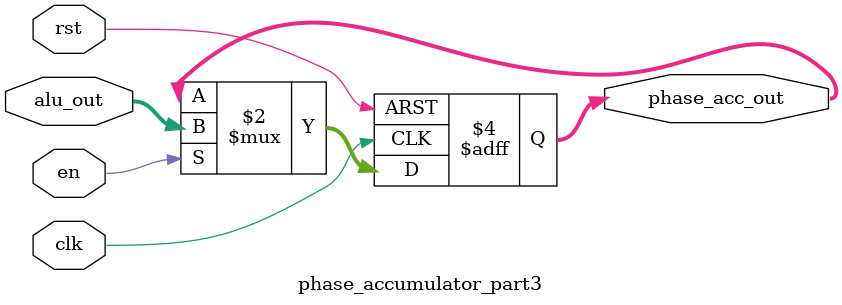
<source format=v>
module phase_accumulator_part3(alu_out, clk, rst, en, phase_acc_out);
    input [15:0] alu_out;
    input clk, rst, en;
    output reg [15:0] phase_acc_out;

    always @(posedge clk or posedge rst) begin
        if (rst) begin
            phase_acc_out <= 16'b0;
        end
        else if (en) begin
            phase_acc_out <= alu_out;
        end
    end
endmodule

</source>
